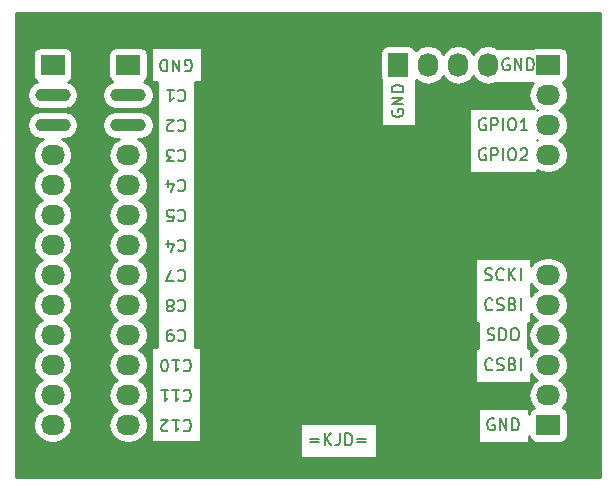
<source format=gbr>
G04 #@! TF.FileFunction,Copper,L1,Top,Signal*
%FSLAX46Y46*%
G04 Gerber Fmt 4.6, Leading zero omitted, Abs format (unit mm)*
G04 Created by KiCad (PCBNEW 4.0.4+e1-6308~48~ubuntu16.04.1-stable) date Thu Nov 17 16:07:10 2016*
%MOMM*%
%LPD*%
G01*
G04 APERTURE LIST*
%ADD10C,0.100000*%
%ADD11C,0.200000*%
%ADD12R,2.032000X1.727200*%
%ADD13O,3.000000X1.100000*%
%ADD14O,2.032000X1.727200*%
%ADD15R,1.727200X2.032000*%
%ADD16O,1.727200X2.032000*%
%ADD17C,0.254000*%
G04 APERTURE END LIST*
D10*
D11*
X144939048Y-135818571D02*
X145700953Y-135818571D01*
X145700953Y-136104286D02*
X144939048Y-136104286D01*
X146177143Y-136342381D02*
X146177143Y-135342381D01*
X146748572Y-136342381D02*
X146320000Y-135770952D01*
X146748572Y-135342381D02*
X146177143Y-135913810D01*
X147462858Y-135342381D02*
X147462858Y-136056667D01*
X147415238Y-136199524D01*
X147320000Y-136294762D01*
X147177143Y-136342381D01*
X147081905Y-136342381D01*
X147939048Y-136342381D02*
X147939048Y-135342381D01*
X148177143Y-135342381D01*
X148320001Y-135390000D01*
X148415239Y-135485238D01*
X148462858Y-135580476D01*
X148510477Y-135770952D01*
X148510477Y-135913810D01*
X148462858Y-136104286D01*
X148415239Y-136199524D01*
X148320001Y-136294762D01*
X148177143Y-136342381D01*
X147939048Y-136342381D01*
X148939048Y-135818571D02*
X149700953Y-135818571D01*
X149700953Y-136104286D02*
X148939048Y-136104286D01*
X161798096Y-103640000D02*
X161702858Y-103592381D01*
X161560001Y-103592381D01*
X161417143Y-103640000D01*
X161321905Y-103735238D01*
X161274286Y-103830476D01*
X161226667Y-104020952D01*
X161226667Y-104163810D01*
X161274286Y-104354286D01*
X161321905Y-104449524D01*
X161417143Y-104544762D01*
X161560001Y-104592381D01*
X161655239Y-104592381D01*
X161798096Y-104544762D01*
X161845715Y-104497143D01*
X161845715Y-104163810D01*
X161655239Y-104163810D01*
X162274286Y-104592381D02*
X162274286Y-103592381D01*
X162845715Y-104592381D01*
X162845715Y-103592381D01*
X163321905Y-104592381D02*
X163321905Y-103592381D01*
X163560000Y-103592381D01*
X163702858Y-103640000D01*
X163798096Y-103735238D01*
X163845715Y-103830476D01*
X163893334Y-104020952D01*
X163893334Y-104163810D01*
X163845715Y-104354286D01*
X163798096Y-104449524D01*
X163702858Y-104544762D01*
X163560000Y-104592381D01*
X163321905Y-104592381D01*
X159813810Y-108720000D02*
X159718572Y-108672381D01*
X159575715Y-108672381D01*
X159432857Y-108720000D01*
X159337619Y-108815238D01*
X159290000Y-108910476D01*
X159242381Y-109100952D01*
X159242381Y-109243810D01*
X159290000Y-109434286D01*
X159337619Y-109529524D01*
X159432857Y-109624762D01*
X159575715Y-109672381D01*
X159670953Y-109672381D01*
X159813810Y-109624762D01*
X159861429Y-109577143D01*
X159861429Y-109243810D01*
X159670953Y-109243810D01*
X160290000Y-109672381D02*
X160290000Y-108672381D01*
X160670953Y-108672381D01*
X160766191Y-108720000D01*
X160813810Y-108767619D01*
X160861429Y-108862857D01*
X160861429Y-109005714D01*
X160813810Y-109100952D01*
X160766191Y-109148571D01*
X160670953Y-109196190D01*
X160290000Y-109196190D01*
X161290000Y-109672381D02*
X161290000Y-108672381D01*
X161956666Y-108672381D02*
X162147143Y-108672381D01*
X162242381Y-108720000D01*
X162337619Y-108815238D01*
X162385238Y-109005714D01*
X162385238Y-109339048D01*
X162337619Y-109529524D01*
X162242381Y-109624762D01*
X162147143Y-109672381D01*
X161956666Y-109672381D01*
X161861428Y-109624762D01*
X161766190Y-109529524D01*
X161718571Y-109339048D01*
X161718571Y-109005714D01*
X161766190Y-108815238D01*
X161861428Y-108720000D01*
X161956666Y-108672381D01*
X163337619Y-109672381D02*
X162766190Y-109672381D01*
X163051904Y-109672381D02*
X163051904Y-108672381D01*
X162956666Y-108815238D01*
X162861428Y-108910476D01*
X162766190Y-108958095D01*
X159813810Y-111260000D02*
X159718572Y-111212381D01*
X159575715Y-111212381D01*
X159432857Y-111260000D01*
X159337619Y-111355238D01*
X159290000Y-111450476D01*
X159242381Y-111640952D01*
X159242381Y-111783810D01*
X159290000Y-111974286D01*
X159337619Y-112069524D01*
X159432857Y-112164762D01*
X159575715Y-112212381D01*
X159670953Y-112212381D01*
X159813810Y-112164762D01*
X159861429Y-112117143D01*
X159861429Y-111783810D01*
X159670953Y-111783810D01*
X160290000Y-112212381D02*
X160290000Y-111212381D01*
X160670953Y-111212381D01*
X160766191Y-111260000D01*
X160813810Y-111307619D01*
X160861429Y-111402857D01*
X160861429Y-111545714D01*
X160813810Y-111640952D01*
X160766191Y-111688571D01*
X160670953Y-111736190D01*
X160290000Y-111736190D01*
X161290000Y-112212381D02*
X161290000Y-111212381D01*
X161956666Y-111212381D02*
X162147143Y-111212381D01*
X162242381Y-111260000D01*
X162337619Y-111355238D01*
X162385238Y-111545714D01*
X162385238Y-111879048D01*
X162337619Y-112069524D01*
X162242381Y-112164762D01*
X162147143Y-112212381D01*
X161956666Y-112212381D01*
X161861428Y-112164762D01*
X161766190Y-112069524D01*
X161718571Y-111879048D01*
X161718571Y-111545714D01*
X161766190Y-111355238D01*
X161861428Y-111260000D01*
X161956666Y-111212381D01*
X162766190Y-111307619D02*
X162813809Y-111260000D01*
X162909047Y-111212381D01*
X163147143Y-111212381D01*
X163242381Y-111260000D01*
X163290000Y-111307619D01*
X163337619Y-111402857D01*
X163337619Y-111498095D01*
X163290000Y-111640952D01*
X162718571Y-112212381D01*
X163337619Y-112212381D01*
X159766191Y-122324762D02*
X159909048Y-122372381D01*
X160147144Y-122372381D01*
X160242382Y-122324762D01*
X160290001Y-122277143D01*
X160337620Y-122181905D01*
X160337620Y-122086667D01*
X160290001Y-121991429D01*
X160242382Y-121943810D01*
X160147144Y-121896190D01*
X159956667Y-121848571D01*
X159861429Y-121800952D01*
X159813810Y-121753333D01*
X159766191Y-121658095D01*
X159766191Y-121562857D01*
X159813810Y-121467619D01*
X159861429Y-121420000D01*
X159956667Y-121372381D01*
X160194763Y-121372381D01*
X160337620Y-121420000D01*
X161337620Y-122277143D02*
X161290001Y-122324762D01*
X161147144Y-122372381D01*
X161051906Y-122372381D01*
X160909048Y-122324762D01*
X160813810Y-122229524D01*
X160766191Y-122134286D01*
X160718572Y-121943810D01*
X160718572Y-121800952D01*
X160766191Y-121610476D01*
X160813810Y-121515238D01*
X160909048Y-121420000D01*
X161051906Y-121372381D01*
X161147144Y-121372381D01*
X161290001Y-121420000D01*
X161337620Y-121467619D01*
X161766191Y-122372381D02*
X161766191Y-121372381D01*
X162337620Y-122372381D02*
X161909048Y-121800952D01*
X162337620Y-121372381D02*
X161766191Y-121943810D01*
X162766191Y-122372381D02*
X162766191Y-121372381D01*
X160385239Y-124817143D02*
X160337620Y-124864762D01*
X160194763Y-124912381D01*
X160099525Y-124912381D01*
X159956667Y-124864762D01*
X159861429Y-124769524D01*
X159813810Y-124674286D01*
X159766191Y-124483810D01*
X159766191Y-124340952D01*
X159813810Y-124150476D01*
X159861429Y-124055238D01*
X159956667Y-123960000D01*
X160099525Y-123912381D01*
X160194763Y-123912381D01*
X160337620Y-123960000D01*
X160385239Y-124007619D01*
X160766191Y-124864762D02*
X160909048Y-124912381D01*
X161147144Y-124912381D01*
X161242382Y-124864762D01*
X161290001Y-124817143D01*
X161337620Y-124721905D01*
X161337620Y-124626667D01*
X161290001Y-124531429D01*
X161242382Y-124483810D01*
X161147144Y-124436190D01*
X160956667Y-124388571D01*
X160861429Y-124340952D01*
X160813810Y-124293333D01*
X160766191Y-124198095D01*
X160766191Y-124102857D01*
X160813810Y-124007619D01*
X160861429Y-123960000D01*
X160956667Y-123912381D01*
X161194763Y-123912381D01*
X161337620Y-123960000D01*
X162099525Y-124388571D02*
X162242382Y-124436190D01*
X162290001Y-124483810D01*
X162337620Y-124579048D01*
X162337620Y-124721905D01*
X162290001Y-124817143D01*
X162242382Y-124864762D01*
X162147144Y-124912381D01*
X161766191Y-124912381D01*
X161766191Y-123912381D01*
X162099525Y-123912381D01*
X162194763Y-123960000D01*
X162242382Y-124007619D01*
X162290001Y-124102857D01*
X162290001Y-124198095D01*
X162242382Y-124293333D01*
X162194763Y-124340952D01*
X162099525Y-124388571D01*
X161766191Y-124388571D01*
X162766191Y-124912381D02*
X162766191Y-123912381D01*
X159980476Y-127404762D02*
X160123333Y-127452381D01*
X160361429Y-127452381D01*
X160456667Y-127404762D01*
X160504286Y-127357143D01*
X160551905Y-127261905D01*
X160551905Y-127166667D01*
X160504286Y-127071429D01*
X160456667Y-127023810D01*
X160361429Y-126976190D01*
X160170952Y-126928571D01*
X160075714Y-126880952D01*
X160028095Y-126833333D01*
X159980476Y-126738095D01*
X159980476Y-126642857D01*
X160028095Y-126547619D01*
X160075714Y-126500000D01*
X160170952Y-126452381D01*
X160409048Y-126452381D01*
X160551905Y-126500000D01*
X160980476Y-127452381D02*
X160980476Y-126452381D01*
X161218571Y-126452381D01*
X161361429Y-126500000D01*
X161456667Y-126595238D01*
X161504286Y-126690476D01*
X161551905Y-126880952D01*
X161551905Y-127023810D01*
X161504286Y-127214286D01*
X161456667Y-127309524D01*
X161361429Y-127404762D01*
X161218571Y-127452381D01*
X160980476Y-127452381D01*
X162170952Y-126452381D02*
X162361429Y-126452381D01*
X162456667Y-126500000D01*
X162551905Y-126595238D01*
X162599524Y-126785714D01*
X162599524Y-127119048D01*
X162551905Y-127309524D01*
X162456667Y-127404762D01*
X162361429Y-127452381D01*
X162170952Y-127452381D01*
X162075714Y-127404762D01*
X161980476Y-127309524D01*
X161932857Y-127119048D01*
X161932857Y-126785714D01*
X161980476Y-126595238D01*
X162075714Y-126500000D01*
X162170952Y-126452381D01*
X160385239Y-129897143D02*
X160337620Y-129944762D01*
X160194763Y-129992381D01*
X160099525Y-129992381D01*
X159956667Y-129944762D01*
X159861429Y-129849524D01*
X159813810Y-129754286D01*
X159766191Y-129563810D01*
X159766191Y-129420952D01*
X159813810Y-129230476D01*
X159861429Y-129135238D01*
X159956667Y-129040000D01*
X160099525Y-128992381D01*
X160194763Y-128992381D01*
X160337620Y-129040000D01*
X160385239Y-129087619D01*
X160766191Y-129944762D02*
X160909048Y-129992381D01*
X161147144Y-129992381D01*
X161242382Y-129944762D01*
X161290001Y-129897143D01*
X161337620Y-129801905D01*
X161337620Y-129706667D01*
X161290001Y-129611429D01*
X161242382Y-129563810D01*
X161147144Y-129516190D01*
X160956667Y-129468571D01*
X160861429Y-129420952D01*
X160813810Y-129373333D01*
X160766191Y-129278095D01*
X160766191Y-129182857D01*
X160813810Y-129087619D01*
X160861429Y-129040000D01*
X160956667Y-128992381D01*
X161194763Y-128992381D01*
X161337620Y-129040000D01*
X162099525Y-129468571D02*
X162242382Y-129516190D01*
X162290001Y-129563810D01*
X162337620Y-129659048D01*
X162337620Y-129801905D01*
X162290001Y-129897143D01*
X162242382Y-129944762D01*
X162147144Y-129992381D01*
X161766191Y-129992381D01*
X161766191Y-128992381D01*
X162099525Y-128992381D01*
X162194763Y-129040000D01*
X162242382Y-129087619D01*
X162290001Y-129182857D01*
X162290001Y-129278095D01*
X162242382Y-129373333D01*
X162194763Y-129420952D01*
X162099525Y-129468571D01*
X161766191Y-129468571D01*
X162766191Y-129992381D02*
X162766191Y-128992381D01*
X134246857Y-134262857D02*
X134294476Y-134215238D01*
X134437333Y-134167619D01*
X134532571Y-134167619D01*
X134675429Y-134215238D01*
X134770667Y-134310476D01*
X134818286Y-134405714D01*
X134865905Y-134596190D01*
X134865905Y-134739048D01*
X134818286Y-134929524D01*
X134770667Y-135024762D01*
X134675429Y-135120000D01*
X134532571Y-135167619D01*
X134437333Y-135167619D01*
X134294476Y-135120000D01*
X134246857Y-135072381D01*
X133294476Y-134167619D02*
X133865905Y-134167619D01*
X133580191Y-134167619D02*
X133580191Y-135167619D01*
X133675429Y-135024762D01*
X133770667Y-134929524D01*
X133865905Y-134881905D01*
X132913524Y-135072381D02*
X132865905Y-135120000D01*
X132770667Y-135167619D01*
X132532571Y-135167619D01*
X132437333Y-135120000D01*
X132389714Y-135072381D01*
X132342095Y-134977143D01*
X132342095Y-134881905D01*
X132389714Y-134739048D01*
X132961143Y-134167619D01*
X132342095Y-134167619D01*
X134246857Y-131722857D02*
X134294476Y-131675238D01*
X134437333Y-131627619D01*
X134532571Y-131627619D01*
X134675429Y-131675238D01*
X134770667Y-131770476D01*
X134818286Y-131865714D01*
X134865905Y-132056190D01*
X134865905Y-132199048D01*
X134818286Y-132389524D01*
X134770667Y-132484762D01*
X134675429Y-132580000D01*
X134532571Y-132627619D01*
X134437333Y-132627619D01*
X134294476Y-132580000D01*
X134246857Y-132532381D01*
X133294476Y-131627619D02*
X133865905Y-131627619D01*
X133580191Y-131627619D02*
X133580191Y-132627619D01*
X133675429Y-132484762D01*
X133770667Y-132389524D01*
X133865905Y-132341905D01*
X132342095Y-131627619D02*
X132913524Y-131627619D01*
X132627810Y-131627619D02*
X132627810Y-132627619D01*
X132723048Y-132484762D01*
X132818286Y-132389524D01*
X132913524Y-132341905D01*
X134246857Y-129182857D02*
X134294476Y-129135238D01*
X134437333Y-129087619D01*
X134532571Y-129087619D01*
X134675429Y-129135238D01*
X134770667Y-129230476D01*
X134818286Y-129325714D01*
X134865905Y-129516190D01*
X134865905Y-129659048D01*
X134818286Y-129849524D01*
X134770667Y-129944762D01*
X134675429Y-130040000D01*
X134532571Y-130087619D01*
X134437333Y-130087619D01*
X134294476Y-130040000D01*
X134246857Y-129992381D01*
X133294476Y-129087619D02*
X133865905Y-129087619D01*
X133580191Y-129087619D02*
X133580191Y-130087619D01*
X133675429Y-129944762D01*
X133770667Y-129849524D01*
X133865905Y-129801905D01*
X132675429Y-130087619D02*
X132580190Y-130087619D01*
X132484952Y-130040000D01*
X132437333Y-129992381D01*
X132389714Y-129897143D01*
X132342095Y-129706667D01*
X132342095Y-129468571D01*
X132389714Y-129278095D01*
X132437333Y-129182857D01*
X132484952Y-129135238D01*
X132580190Y-129087619D01*
X132675429Y-129087619D01*
X132770667Y-129135238D01*
X132818286Y-129182857D01*
X132865905Y-129278095D01*
X132913524Y-129468571D01*
X132913524Y-129706667D01*
X132865905Y-129897143D01*
X132818286Y-129992381D01*
X132770667Y-130040000D01*
X132675429Y-130087619D01*
X133770666Y-126642857D02*
X133818285Y-126595238D01*
X133961142Y-126547619D01*
X134056380Y-126547619D01*
X134199238Y-126595238D01*
X134294476Y-126690476D01*
X134342095Y-126785714D01*
X134389714Y-126976190D01*
X134389714Y-127119048D01*
X134342095Y-127309524D01*
X134294476Y-127404762D01*
X134199238Y-127500000D01*
X134056380Y-127547619D01*
X133961142Y-127547619D01*
X133818285Y-127500000D01*
X133770666Y-127452381D01*
X133294476Y-126547619D02*
X133104000Y-126547619D01*
X133008761Y-126595238D01*
X132961142Y-126642857D01*
X132865904Y-126785714D01*
X132818285Y-126976190D01*
X132818285Y-127357143D01*
X132865904Y-127452381D01*
X132913523Y-127500000D01*
X133008761Y-127547619D01*
X133199238Y-127547619D01*
X133294476Y-127500000D01*
X133342095Y-127452381D01*
X133389714Y-127357143D01*
X133389714Y-127119048D01*
X133342095Y-127023810D01*
X133294476Y-126976190D01*
X133199238Y-126928571D01*
X133008761Y-126928571D01*
X132913523Y-126976190D01*
X132865904Y-127023810D01*
X132818285Y-127119048D01*
X133770666Y-124102857D02*
X133818285Y-124055238D01*
X133961142Y-124007619D01*
X134056380Y-124007619D01*
X134199238Y-124055238D01*
X134294476Y-124150476D01*
X134342095Y-124245714D01*
X134389714Y-124436190D01*
X134389714Y-124579048D01*
X134342095Y-124769524D01*
X134294476Y-124864762D01*
X134199238Y-124960000D01*
X134056380Y-125007619D01*
X133961142Y-125007619D01*
X133818285Y-124960000D01*
X133770666Y-124912381D01*
X133199238Y-124579048D02*
X133294476Y-124626667D01*
X133342095Y-124674286D01*
X133389714Y-124769524D01*
X133389714Y-124817143D01*
X133342095Y-124912381D01*
X133294476Y-124960000D01*
X133199238Y-125007619D01*
X133008761Y-125007619D01*
X132913523Y-124960000D01*
X132865904Y-124912381D01*
X132818285Y-124817143D01*
X132818285Y-124769524D01*
X132865904Y-124674286D01*
X132913523Y-124626667D01*
X133008761Y-124579048D01*
X133199238Y-124579048D01*
X133294476Y-124531429D01*
X133342095Y-124483810D01*
X133389714Y-124388571D01*
X133389714Y-124198095D01*
X133342095Y-124102857D01*
X133294476Y-124055238D01*
X133199238Y-124007619D01*
X133008761Y-124007619D01*
X132913523Y-124055238D01*
X132865904Y-124102857D01*
X132818285Y-124198095D01*
X132818285Y-124388571D01*
X132865904Y-124483810D01*
X132913523Y-124531429D01*
X133008761Y-124579048D01*
X133770666Y-121562857D02*
X133818285Y-121515238D01*
X133961142Y-121467619D01*
X134056380Y-121467619D01*
X134199238Y-121515238D01*
X134294476Y-121610476D01*
X134342095Y-121705714D01*
X134389714Y-121896190D01*
X134389714Y-122039048D01*
X134342095Y-122229524D01*
X134294476Y-122324762D01*
X134199238Y-122420000D01*
X134056380Y-122467619D01*
X133961142Y-122467619D01*
X133818285Y-122420000D01*
X133770666Y-122372381D01*
X133437333Y-122467619D02*
X132770666Y-122467619D01*
X133199238Y-121467619D01*
X133770666Y-119022857D02*
X133818285Y-118975238D01*
X133961142Y-118927619D01*
X134056380Y-118927619D01*
X134199238Y-118975238D01*
X134294476Y-119070476D01*
X134342095Y-119165714D01*
X134389714Y-119356190D01*
X134389714Y-119499048D01*
X134342095Y-119689524D01*
X134294476Y-119784762D01*
X134199238Y-119880000D01*
X134056380Y-119927619D01*
X133961142Y-119927619D01*
X133818285Y-119880000D01*
X133770666Y-119832381D01*
X132913523Y-119594286D02*
X132913523Y-118927619D01*
X133151619Y-119975238D02*
X133389714Y-119260952D01*
X132770666Y-119260952D01*
X133770666Y-116482857D02*
X133818285Y-116435238D01*
X133961142Y-116387619D01*
X134056380Y-116387619D01*
X134199238Y-116435238D01*
X134294476Y-116530476D01*
X134342095Y-116625714D01*
X134389714Y-116816190D01*
X134389714Y-116959048D01*
X134342095Y-117149524D01*
X134294476Y-117244762D01*
X134199238Y-117340000D01*
X134056380Y-117387619D01*
X133961142Y-117387619D01*
X133818285Y-117340000D01*
X133770666Y-117292381D01*
X132865904Y-117387619D02*
X133342095Y-117387619D01*
X133389714Y-116911429D01*
X133342095Y-116959048D01*
X133246857Y-117006667D01*
X133008761Y-117006667D01*
X132913523Y-116959048D01*
X132865904Y-116911429D01*
X132818285Y-116816190D01*
X132818285Y-116578095D01*
X132865904Y-116482857D01*
X132913523Y-116435238D01*
X133008761Y-116387619D01*
X133246857Y-116387619D01*
X133342095Y-116435238D01*
X133389714Y-116482857D01*
X133770666Y-113942857D02*
X133818285Y-113895238D01*
X133961142Y-113847619D01*
X134056380Y-113847619D01*
X134199238Y-113895238D01*
X134294476Y-113990476D01*
X134342095Y-114085714D01*
X134389714Y-114276190D01*
X134389714Y-114419048D01*
X134342095Y-114609524D01*
X134294476Y-114704762D01*
X134199238Y-114800000D01*
X134056380Y-114847619D01*
X133961142Y-114847619D01*
X133818285Y-114800000D01*
X133770666Y-114752381D01*
X132913523Y-114514286D02*
X132913523Y-113847619D01*
X133151619Y-114895238D02*
X133389714Y-114180952D01*
X132770666Y-114180952D01*
X133770666Y-111402857D02*
X133818285Y-111355238D01*
X133961142Y-111307619D01*
X134056380Y-111307619D01*
X134199238Y-111355238D01*
X134294476Y-111450476D01*
X134342095Y-111545714D01*
X134389714Y-111736190D01*
X134389714Y-111879048D01*
X134342095Y-112069524D01*
X134294476Y-112164762D01*
X134199238Y-112260000D01*
X134056380Y-112307619D01*
X133961142Y-112307619D01*
X133818285Y-112260000D01*
X133770666Y-112212381D01*
X133437333Y-112307619D02*
X132818285Y-112307619D01*
X133151619Y-111926667D01*
X133008761Y-111926667D01*
X132913523Y-111879048D01*
X132865904Y-111831429D01*
X132818285Y-111736190D01*
X132818285Y-111498095D01*
X132865904Y-111402857D01*
X132913523Y-111355238D01*
X133008761Y-111307619D01*
X133294476Y-111307619D01*
X133389714Y-111355238D01*
X133437333Y-111402857D01*
X133770666Y-108862857D02*
X133818285Y-108815238D01*
X133961142Y-108767619D01*
X134056380Y-108767619D01*
X134199238Y-108815238D01*
X134294476Y-108910476D01*
X134342095Y-109005714D01*
X134389714Y-109196190D01*
X134389714Y-109339048D01*
X134342095Y-109529524D01*
X134294476Y-109624762D01*
X134199238Y-109720000D01*
X134056380Y-109767619D01*
X133961142Y-109767619D01*
X133818285Y-109720000D01*
X133770666Y-109672381D01*
X133389714Y-109672381D02*
X133342095Y-109720000D01*
X133246857Y-109767619D01*
X133008761Y-109767619D01*
X132913523Y-109720000D01*
X132865904Y-109672381D01*
X132818285Y-109577143D01*
X132818285Y-109481905D01*
X132865904Y-109339048D01*
X133437333Y-108767619D01*
X132818285Y-108767619D01*
X133770666Y-106322857D02*
X133818285Y-106275238D01*
X133961142Y-106227619D01*
X134056380Y-106227619D01*
X134199238Y-106275238D01*
X134294476Y-106370476D01*
X134342095Y-106465714D01*
X134389714Y-106656190D01*
X134389714Y-106799048D01*
X134342095Y-106989524D01*
X134294476Y-107084762D01*
X134199238Y-107180000D01*
X134056380Y-107227619D01*
X133961142Y-107227619D01*
X133818285Y-107180000D01*
X133770666Y-107132381D01*
X132818285Y-106227619D02*
X133389714Y-106227619D01*
X133104000Y-106227619D02*
X133104000Y-107227619D01*
X133199238Y-107084762D01*
X133294476Y-106989524D01*
X133389714Y-106941905D01*
X134365904Y-104640000D02*
X134461142Y-104687619D01*
X134603999Y-104687619D01*
X134746857Y-104640000D01*
X134842095Y-104544762D01*
X134889714Y-104449524D01*
X134937333Y-104259048D01*
X134937333Y-104116190D01*
X134889714Y-103925714D01*
X134842095Y-103830476D01*
X134746857Y-103735238D01*
X134603999Y-103687619D01*
X134508761Y-103687619D01*
X134365904Y-103735238D01*
X134318285Y-103782857D01*
X134318285Y-104116190D01*
X134508761Y-104116190D01*
X133889714Y-103687619D02*
X133889714Y-104687619D01*
X133318285Y-103687619D01*
X133318285Y-104687619D01*
X132842095Y-103687619D02*
X132842095Y-104687619D01*
X132604000Y-104687619D01*
X132461142Y-104640000D01*
X132365904Y-104544762D01*
X132318285Y-104449524D01*
X132270666Y-104259048D01*
X132270666Y-104116190D01*
X132318285Y-103925714D01*
X132365904Y-103830476D01*
X132461142Y-103735238D01*
X132604000Y-103687619D01*
X132842095Y-103687619D01*
X151900000Y-107949904D02*
X151852381Y-108045142D01*
X151852381Y-108187999D01*
X151900000Y-108330857D01*
X151995238Y-108426095D01*
X152090476Y-108473714D01*
X152280952Y-108521333D01*
X152423810Y-108521333D01*
X152614286Y-108473714D01*
X152709524Y-108426095D01*
X152804762Y-108330857D01*
X152852381Y-108187999D01*
X152852381Y-108092761D01*
X152804762Y-107949904D01*
X152757143Y-107902285D01*
X152423810Y-107902285D01*
X152423810Y-108092761D01*
X152852381Y-107473714D02*
X151852381Y-107473714D01*
X152852381Y-106902285D01*
X151852381Y-106902285D01*
X152852381Y-106426095D02*
X151852381Y-106426095D01*
X151852381Y-106188000D01*
X151900000Y-106045142D01*
X151995238Y-105949904D01*
X152090476Y-105902285D01*
X152280952Y-105854666D01*
X152423810Y-105854666D01*
X152614286Y-105902285D01*
X152709524Y-105949904D01*
X152804762Y-106045142D01*
X152852381Y-106188000D01*
X152852381Y-106426095D01*
X160528096Y-134120000D02*
X160432858Y-134072381D01*
X160290001Y-134072381D01*
X160147143Y-134120000D01*
X160051905Y-134215238D01*
X160004286Y-134310476D01*
X159956667Y-134500952D01*
X159956667Y-134643810D01*
X160004286Y-134834286D01*
X160051905Y-134929524D01*
X160147143Y-135024762D01*
X160290001Y-135072381D01*
X160385239Y-135072381D01*
X160528096Y-135024762D01*
X160575715Y-134977143D01*
X160575715Y-134643810D01*
X160385239Y-134643810D01*
X161004286Y-135072381D02*
X161004286Y-134072381D01*
X161575715Y-135072381D01*
X161575715Y-134072381D01*
X162051905Y-135072381D02*
X162051905Y-134072381D01*
X162290000Y-134072381D01*
X162432858Y-134120000D01*
X162528096Y-134215238D01*
X162575715Y-134310476D01*
X162623334Y-134500952D01*
X162623334Y-134643810D01*
X162575715Y-134834286D01*
X162528096Y-134929524D01*
X162432858Y-135024762D01*
X162290000Y-135072381D01*
X162051905Y-135072381D01*
D12*
X123143333Y-104140000D03*
D13*
X123143333Y-106680000D03*
X123143333Y-109220000D03*
D14*
X123143333Y-111760000D03*
X123143333Y-114300000D03*
X123143333Y-116840000D03*
X123143333Y-119380000D03*
X123143333Y-121920000D03*
X123143333Y-124460000D03*
X123143333Y-127000000D03*
X123143333Y-129540000D03*
X123143333Y-132080000D03*
X123143333Y-134620000D03*
D15*
X152400000Y-104140000D03*
D16*
X154940000Y-104140000D03*
X157480000Y-104140000D03*
X160020000Y-104140000D03*
D12*
X165100000Y-104140000D03*
D14*
X165100000Y-106680000D03*
X165100000Y-109220000D03*
X165100000Y-111760000D03*
D12*
X165100000Y-134620000D03*
D14*
X165100000Y-132080000D03*
X165100000Y-129540000D03*
X165100000Y-127000000D03*
X165100000Y-124460000D03*
X165100000Y-121920000D03*
D12*
X129540000Y-104140000D03*
D13*
X129540000Y-106680000D03*
X129540000Y-109220000D03*
D14*
X129540000Y-111760000D03*
X129540000Y-114300000D03*
X129540000Y-116840000D03*
X129540000Y-119380000D03*
X129540000Y-121920000D03*
X129540000Y-124460000D03*
X129540000Y-127000000D03*
X129540000Y-129540000D03*
X129540000Y-132080000D03*
X129540000Y-134620000D03*
D17*
G36*
X169495000Y-139015000D02*
X120065000Y-139015000D01*
X120065000Y-109220000D01*
X120966506Y-109220000D01*
X121056709Y-109673480D01*
X121313584Y-110057922D01*
X121698026Y-110314797D01*
X122151506Y-110405000D01*
X122340910Y-110405000D01*
X121898918Y-110700330D01*
X121574062Y-111186511D01*
X121459988Y-111760000D01*
X121574062Y-112333489D01*
X121898918Y-112819670D01*
X122213699Y-113030000D01*
X121898918Y-113240330D01*
X121574062Y-113726511D01*
X121459988Y-114300000D01*
X121574062Y-114873489D01*
X121898918Y-115359670D01*
X122213699Y-115570000D01*
X121898918Y-115780330D01*
X121574062Y-116266511D01*
X121459988Y-116840000D01*
X121574062Y-117413489D01*
X121898918Y-117899670D01*
X122213699Y-118110000D01*
X121898918Y-118320330D01*
X121574062Y-118806511D01*
X121459988Y-119380000D01*
X121574062Y-119953489D01*
X121898918Y-120439670D01*
X122213699Y-120650000D01*
X121898918Y-120860330D01*
X121574062Y-121346511D01*
X121459988Y-121920000D01*
X121574062Y-122493489D01*
X121898918Y-122979670D01*
X122213699Y-123190000D01*
X121898918Y-123400330D01*
X121574062Y-123886511D01*
X121459988Y-124460000D01*
X121574062Y-125033489D01*
X121898918Y-125519670D01*
X122213699Y-125730000D01*
X121898918Y-125940330D01*
X121574062Y-126426511D01*
X121459988Y-127000000D01*
X121574062Y-127573489D01*
X121898918Y-128059670D01*
X122213699Y-128270000D01*
X121898918Y-128480330D01*
X121574062Y-128966511D01*
X121459988Y-129540000D01*
X121574062Y-130113489D01*
X121898918Y-130599670D01*
X122213699Y-130810000D01*
X121898918Y-131020330D01*
X121574062Y-131506511D01*
X121459988Y-132080000D01*
X121574062Y-132653489D01*
X121898918Y-133139670D01*
X122213699Y-133350000D01*
X121898918Y-133560330D01*
X121574062Y-134046511D01*
X121459988Y-134620000D01*
X121574062Y-135193489D01*
X121898918Y-135679670D01*
X122385099Y-136004526D01*
X122958588Y-136118600D01*
X123328078Y-136118600D01*
X123901567Y-136004526D01*
X124387748Y-135679670D01*
X124712604Y-135193489D01*
X124826678Y-134620000D01*
X124712604Y-134046511D01*
X124387748Y-133560330D01*
X124072967Y-133350000D01*
X124387748Y-133139670D01*
X124712604Y-132653489D01*
X124826678Y-132080000D01*
X124712604Y-131506511D01*
X124387748Y-131020330D01*
X124072967Y-130810000D01*
X124387748Y-130599670D01*
X124712604Y-130113489D01*
X124826678Y-129540000D01*
X124712604Y-128966511D01*
X124387748Y-128480330D01*
X124072967Y-128270000D01*
X124387748Y-128059670D01*
X124712604Y-127573489D01*
X124826678Y-127000000D01*
X124712604Y-126426511D01*
X124387748Y-125940330D01*
X124072967Y-125730000D01*
X124387748Y-125519670D01*
X124712604Y-125033489D01*
X124826678Y-124460000D01*
X124712604Y-123886511D01*
X124387748Y-123400330D01*
X124072967Y-123190000D01*
X124387748Y-122979670D01*
X124712604Y-122493489D01*
X124826678Y-121920000D01*
X124712604Y-121346511D01*
X124387748Y-120860330D01*
X124072967Y-120650000D01*
X124387748Y-120439670D01*
X124712604Y-119953489D01*
X124826678Y-119380000D01*
X124712604Y-118806511D01*
X124387748Y-118320330D01*
X124072967Y-118110000D01*
X124387748Y-117899670D01*
X124712604Y-117413489D01*
X124826678Y-116840000D01*
X124712604Y-116266511D01*
X124387748Y-115780330D01*
X124072967Y-115570000D01*
X124387748Y-115359670D01*
X124712604Y-114873489D01*
X124826678Y-114300000D01*
X124712604Y-113726511D01*
X124387748Y-113240330D01*
X124072967Y-113030000D01*
X124387748Y-112819670D01*
X124712604Y-112333489D01*
X124826678Y-111760000D01*
X124712604Y-111186511D01*
X124387748Y-110700330D01*
X123945756Y-110405000D01*
X124135160Y-110405000D01*
X124588640Y-110314797D01*
X124973082Y-110057922D01*
X125229957Y-109673480D01*
X125320160Y-109220000D01*
X127363173Y-109220000D01*
X127453376Y-109673480D01*
X127710251Y-110057922D01*
X128094693Y-110314797D01*
X128548173Y-110405000D01*
X128737577Y-110405000D01*
X128295585Y-110700330D01*
X127970729Y-111186511D01*
X127856655Y-111760000D01*
X127970729Y-112333489D01*
X128295585Y-112819670D01*
X128610366Y-113030000D01*
X128295585Y-113240330D01*
X127970729Y-113726511D01*
X127856655Y-114300000D01*
X127970729Y-114873489D01*
X128295585Y-115359670D01*
X128610366Y-115570000D01*
X128295585Y-115780330D01*
X127970729Y-116266511D01*
X127856655Y-116840000D01*
X127970729Y-117413489D01*
X128295585Y-117899670D01*
X128610366Y-118110000D01*
X128295585Y-118320330D01*
X127970729Y-118806511D01*
X127856655Y-119380000D01*
X127970729Y-119953489D01*
X128295585Y-120439670D01*
X128610366Y-120650000D01*
X128295585Y-120860330D01*
X127970729Y-121346511D01*
X127856655Y-121920000D01*
X127970729Y-122493489D01*
X128295585Y-122979670D01*
X128610366Y-123190000D01*
X128295585Y-123400330D01*
X127970729Y-123886511D01*
X127856655Y-124460000D01*
X127970729Y-125033489D01*
X128295585Y-125519670D01*
X128610366Y-125730000D01*
X128295585Y-125940330D01*
X127970729Y-126426511D01*
X127856655Y-127000000D01*
X127970729Y-127573489D01*
X128295585Y-128059670D01*
X128610366Y-128270000D01*
X128295585Y-128480330D01*
X127970729Y-128966511D01*
X127856655Y-129540000D01*
X127970729Y-130113489D01*
X128295585Y-130599670D01*
X128610366Y-130810000D01*
X128295585Y-131020330D01*
X127970729Y-131506511D01*
X127856655Y-132080000D01*
X127970729Y-132653489D01*
X128295585Y-133139670D01*
X128610366Y-133350000D01*
X128295585Y-133560330D01*
X127970729Y-134046511D01*
X127856655Y-134620000D01*
X127970729Y-135193489D01*
X128295585Y-135679670D01*
X128781766Y-136004526D01*
X129355255Y-136118600D01*
X129724745Y-136118600D01*
X130298234Y-136004526D01*
X130784415Y-135679670D01*
X131109271Y-135193489D01*
X131223345Y-134620000D01*
X131109271Y-134046511D01*
X130784415Y-133560330D01*
X130469634Y-133350000D01*
X130784415Y-133139670D01*
X131109271Y-132653489D01*
X131223345Y-132080000D01*
X131109271Y-131506511D01*
X130784415Y-131020330D01*
X130469634Y-130810000D01*
X130784415Y-130599670D01*
X131109271Y-130113489D01*
X131223345Y-129540000D01*
X131109271Y-128966511D01*
X130784415Y-128480330D01*
X130469634Y-128270000D01*
X130784415Y-128059670D01*
X131109271Y-127573489D01*
X131223345Y-127000000D01*
X131109271Y-126426511D01*
X130784415Y-125940330D01*
X130469634Y-125730000D01*
X130784415Y-125519670D01*
X131109271Y-125033489D01*
X131223345Y-124460000D01*
X131109271Y-123886511D01*
X130784415Y-123400330D01*
X130469634Y-123190000D01*
X130784415Y-122979670D01*
X131109271Y-122493489D01*
X131223345Y-121920000D01*
X131109271Y-121346511D01*
X130784415Y-120860330D01*
X130469634Y-120650000D01*
X130784415Y-120439670D01*
X131109271Y-119953489D01*
X131223345Y-119380000D01*
X131109271Y-118806511D01*
X130784415Y-118320330D01*
X130469634Y-118110000D01*
X130784415Y-117899670D01*
X131109271Y-117413489D01*
X131223345Y-116840000D01*
X131109271Y-116266511D01*
X130784415Y-115780330D01*
X130469634Y-115570000D01*
X130784415Y-115359670D01*
X131109271Y-114873489D01*
X131223345Y-114300000D01*
X131109271Y-113726511D01*
X130784415Y-113240330D01*
X130469634Y-113030000D01*
X130784415Y-112819670D01*
X131109271Y-112333489D01*
X131223345Y-111760000D01*
X131109271Y-111186511D01*
X130784415Y-110700330D01*
X130342423Y-110405000D01*
X130531827Y-110405000D01*
X130985307Y-110314797D01*
X131369749Y-110057922D01*
X131626624Y-109673480D01*
X131716827Y-109220000D01*
X131626624Y-108766520D01*
X131369749Y-108382078D01*
X130985307Y-108125203D01*
X130531827Y-108035000D01*
X128548173Y-108035000D01*
X128094693Y-108125203D01*
X127710251Y-108382078D01*
X127453376Y-108766520D01*
X127363173Y-109220000D01*
X125320160Y-109220000D01*
X125229957Y-108766520D01*
X124973082Y-108382078D01*
X124588640Y-108125203D01*
X124135160Y-108035000D01*
X122151506Y-108035000D01*
X121698026Y-108125203D01*
X121313584Y-108382078D01*
X121056709Y-108766520D01*
X120966506Y-109220000D01*
X120065000Y-109220000D01*
X120065000Y-106680000D01*
X120966506Y-106680000D01*
X121056709Y-107133480D01*
X121313584Y-107517922D01*
X121698026Y-107774797D01*
X122151506Y-107865000D01*
X124135160Y-107865000D01*
X124588640Y-107774797D01*
X124973082Y-107517922D01*
X125229957Y-107133480D01*
X125320160Y-106680000D01*
X127363173Y-106680000D01*
X127453376Y-107133480D01*
X127710251Y-107517922D01*
X128094693Y-107774797D01*
X128548173Y-107865000D01*
X130531827Y-107865000D01*
X130985307Y-107774797D01*
X131369749Y-107517922D01*
X131626624Y-107133480D01*
X131716827Y-106680000D01*
X131626624Y-106226520D01*
X131369749Y-105842078D01*
X130985307Y-105585203D01*
X130862716Y-105560818D01*
X131007441Y-105467690D01*
X131152431Y-105255490D01*
X131203440Y-105003600D01*
X131203440Y-103276400D01*
X131159162Y-103041083D01*
X131020090Y-102824959D01*
X130807890Y-102679969D01*
X130556000Y-102628960D01*
X128524000Y-102628960D01*
X128288683Y-102673238D01*
X128072559Y-102812310D01*
X127927569Y-103024510D01*
X127876560Y-103276400D01*
X127876560Y-105003600D01*
X127920838Y-105238917D01*
X128059910Y-105455041D01*
X128215298Y-105561213D01*
X128094693Y-105585203D01*
X127710251Y-105842078D01*
X127453376Y-106226520D01*
X127363173Y-106680000D01*
X125320160Y-106680000D01*
X125229957Y-106226520D01*
X124973082Y-105842078D01*
X124588640Y-105585203D01*
X124466049Y-105560818D01*
X124610774Y-105467690D01*
X124755764Y-105255490D01*
X124806773Y-105003600D01*
X124806773Y-103276400D01*
X124762495Y-103041083D01*
X124623423Y-102824959D01*
X124411223Y-102679969D01*
X124159333Y-102628960D01*
X122127333Y-102628960D01*
X121892016Y-102673238D01*
X121675892Y-102812310D01*
X121530902Y-103024510D01*
X121479893Y-103276400D01*
X121479893Y-105003600D01*
X121524171Y-105238917D01*
X121663243Y-105455041D01*
X121818631Y-105561213D01*
X121698026Y-105585203D01*
X121313584Y-105842078D01*
X121056709Y-106226520D01*
X120966506Y-106680000D01*
X120065000Y-106680000D01*
X120065000Y-102605000D01*
X131445190Y-102605000D01*
X131445190Y-105575000D01*
X131992809Y-105575000D01*
X131992809Y-128005000D01*
X131516619Y-128005000D01*
X131516619Y-136055000D01*
X135691381Y-136055000D01*
X135691381Y-134455000D01*
X144065953Y-134455000D01*
X144065953Y-137425000D01*
X150574048Y-137425000D01*
X150574048Y-134455000D01*
X144065953Y-134455000D01*
X135691381Y-134455000D01*
X135691381Y-128005000D01*
X135215190Y-128005000D01*
X135215190Y-120485000D01*
X158940715Y-120485000D01*
X158940715Y-125995000D01*
X159155000Y-125995000D01*
X159155000Y-128105000D01*
X158940715Y-128105000D01*
X158940715Y-131075000D01*
X163639286Y-131075000D01*
X163639286Y-130275956D01*
X163855585Y-130599670D01*
X164165069Y-130806461D01*
X164133651Y-130834532D01*
X163855585Y-131020330D01*
X163751723Y-131175771D01*
X163749268Y-131177964D01*
X163746713Y-131183269D01*
X163530729Y-131506511D01*
X163416655Y-132080000D01*
X163530729Y-132653489D01*
X163746713Y-132976731D01*
X163749268Y-132982036D01*
X163751723Y-132984229D01*
X163855585Y-133139670D01*
X163869913Y-133149243D01*
X163848683Y-133153238D01*
X163632559Y-133292310D01*
X163487569Y-133504510D01*
X163448810Y-133695908D01*
X163448810Y-133185000D01*
X159131191Y-133185000D01*
X159131191Y-136155000D01*
X163448810Y-136155000D01*
X163448810Y-135548703D01*
X163480838Y-135718917D01*
X163619910Y-135935041D01*
X163832110Y-136080031D01*
X164084000Y-136131040D01*
X166116000Y-136131040D01*
X166351317Y-136086762D01*
X166567441Y-135947690D01*
X166712431Y-135735490D01*
X166763440Y-135483600D01*
X166763440Y-133756400D01*
X166719162Y-133521083D01*
X166580090Y-133304959D01*
X166367890Y-133159969D01*
X166326561Y-133151600D01*
X166344415Y-133139670D01*
X166448277Y-132984229D01*
X166450732Y-132982036D01*
X166453287Y-132976731D01*
X166669271Y-132653489D01*
X166783345Y-132080000D01*
X166669271Y-131506511D01*
X166453287Y-131183269D01*
X166450732Y-131177964D01*
X166448277Y-131175771D01*
X166344415Y-131020330D01*
X166066349Y-130834532D01*
X166034931Y-130806461D01*
X166344415Y-130599670D01*
X166669271Y-130113489D01*
X166783345Y-129540000D01*
X166669271Y-128966511D01*
X166344415Y-128480330D01*
X166029634Y-128270000D01*
X166344415Y-128059670D01*
X166669271Y-127573489D01*
X166783345Y-127000000D01*
X166669271Y-126426511D01*
X166344415Y-125940330D01*
X166029634Y-125730000D01*
X166344415Y-125519670D01*
X166669271Y-125033489D01*
X166783345Y-124460000D01*
X166669271Y-123886511D01*
X166344415Y-123400330D01*
X166029634Y-123190000D01*
X166344415Y-122979670D01*
X166669271Y-122493489D01*
X166783345Y-121920000D01*
X166669271Y-121346511D01*
X166344415Y-120860330D01*
X165858234Y-120535474D01*
X165284745Y-120421400D01*
X164915255Y-120421400D01*
X164341766Y-120535474D01*
X163855585Y-120860330D01*
X163639286Y-121184044D01*
X163639286Y-120485000D01*
X158940715Y-120485000D01*
X135215190Y-120485000D01*
X135215190Y-105575000D01*
X135762809Y-105575000D01*
X135762809Y-103124000D01*
X150888960Y-103124000D01*
X150888960Y-105156000D01*
X150933238Y-105391317D01*
X150965000Y-105440677D01*
X150965000Y-109346809D01*
X153935000Y-109346809D01*
X153935000Y-105420944D01*
X154366511Y-105709271D01*
X154940000Y-105823345D01*
X155513489Y-105709271D01*
X155999670Y-105384415D01*
X156210000Y-105069634D01*
X156420330Y-105384415D01*
X156906511Y-105709271D01*
X157480000Y-105823345D01*
X158053489Y-105709271D01*
X158539670Y-105384415D01*
X158750000Y-105069634D01*
X158960330Y-105384415D01*
X159446511Y-105709271D01*
X160020000Y-105823345D01*
X160593489Y-105709271D01*
X160644779Y-105675000D01*
X163819056Y-105675000D01*
X163751723Y-105775771D01*
X163749268Y-105777964D01*
X163746713Y-105783269D01*
X163530729Y-106106511D01*
X163416655Y-106680000D01*
X163530729Y-107253489D01*
X163746713Y-107576731D01*
X163749268Y-107582036D01*
X163751723Y-107584229D01*
X163855585Y-107739670D01*
X163923426Y-107785000D01*
X158416905Y-107785000D01*
X158416905Y-113295000D01*
X164163095Y-113295000D01*
X164163095Y-113025142D01*
X164341766Y-113144526D01*
X164915255Y-113258600D01*
X165284745Y-113258600D01*
X165858234Y-113144526D01*
X166344415Y-112819670D01*
X166669271Y-112333489D01*
X166783345Y-111760000D01*
X166669271Y-111186511D01*
X166344415Y-110700330D01*
X166029634Y-110490000D01*
X166344415Y-110279670D01*
X166669271Y-109793489D01*
X166783345Y-109220000D01*
X166669271Y-108646511D01*
X166344415Y-108160330D01*
X166034931Y-107953539D01*
X166066349Y-107925468D01*
X166344415Y-107739670D01*
X166448277Y-107584229D01*
X166450732Y-107582036D01*
X166453287Y-107576731D01*
X166669271Y-107253489D01*
X166783345Y-106680000D01*
X166669271Y-106106511D01*
X166453287Y-105783269D01*
X166450732Y-105777964D01*
X166448277Y-105775771D01*
X166344415Y-105620330D01*
X166330087Y-105610757D01*
X166351317Y-105606762D01*
X166567441Y-105467690D01*
X166712431Y-105255490D01*
X166763440Y-105003600D01*
X166763440Y-103276400D01*
X166719162Y-103041083D01*
X166580090Y-102824959D01*
X166367890Y-102679969D01*
X166116000Y-102628960D01*
X164084000Y-102628960D01*
X163848683Y-102673238D01*
X163799323Y-102705000D01*
X160794440Y-102705000D01*
X160593489Y-102570729D01*
X160020000Y-102456655D01*
X159446511Y-102570729D01*
X158960330Y-102895585D01*
X158750000Y-103210366D01*
X158539670Y-102895585D01*
X158053489Y-102570729D01*
X157480000Y-102456655D01*
X156906511Y-102570729D01*
X156420330Y-102895585D01*
X156210000Y-103210366D01*
X155999670Y-102895585D01*
X155513489Y-102570729D01*
X154940000Y-102456655D01*
X154366511Y-102570729D01*
X153880330Y-102895585D01*
X153870757Y-102909913D01*
X153866762Y-102888683D01*
X153727690Y-102672559D01*
X153515490Y-102527569D01*
X153263600Y-102476560D01*
X151536400Y-102476560D01*
X151301083Y-102520838D01*
X151084959Y-102659910D01*
X150939969Y-102872110D01*
X150888960Y-103124000D01*
X135762809Y-103124000D01*
X135762809Y-102605000D01*
X131445190Y-102605000D01*
X120065000Y-102605000D01*
X120065000Y-99745000D01*
X169495000Y-99745000D01*
X169495000Y-139015000D01*
X169495000Y-139015000D01*
G37*
X169495000Y-139015000D02*
X120065000Y-139015000D01*
X120065000Y-109220000D01*
X120966506Y-109220000D01*
X121056709Y-109673480D01*
X121313584Y-110057922D01*
X121698026Y-110314797D01*
X122151506Y-110405000D01*
X122340910Y-110405000D01*
X121898918Y-110700330D01*
X121574062Y-111186511D01*
X121459988Y-111760000D01*
X121574062Y-112333489D01*
X121898918Y-112819670D01*
X122213699Y-113030000D01*
X121898918Y-113240330D01*
X121574062Y-113726511D01*
X121459988Y-114300000D01*
X121574062Y-114873489D01*
X121898918Y-115359670D01*
X122213699Y-115570000D01*
X121898918Y-115780330D01*
X121574062Y-116266511D01*
X121459988Y-116840000D01*
X121574062Y-117413489D01*
X121898918Y-117899670D01*
X122213699Y-118110000D01*
X121898918Y-118320330D01*
X121574062Y-118806511D01*
X121459988Y-119380000D01*
X121574062Y-119953489D01*
X121898918Y-120439670D01*
X122213699Y-120650000D01*
X121898918Y-120860330D01*
X121574062Y-121346511D01*
X121459988Y-121920000D01*
X121574062Y-122493489D01*
X121898918Y-122979670D01*
X122213699Y-123190000D01*
X121898918Y-123400330D01*
X121574062Y-123886511D01*
X121459988Y-124460000D01*
X121574062Y-125033489D01*
X121898918Y-125519670D01*
X122213699Y-125730000D01*
X121898918Y-125940330D01*
X121574062Y-126426511D01*
X121459988Y-127000000D01*
X121574062Y-127573489D01*
X121898918Y-128059670D01*
X122213699Y-128270000D01*
X121898918Y-128480330D01*
X121574062Y-128966511D01*
X121459988Y-129540000D01*
X121574062Y-130113489D01*
X121898918Y-130599670D01*
X122213699Y-130810000D01*
X121898918Y-131020330D01*
X121574062Y-131506511D01*
X121459988Y-132080000D01*
X121574062Y-132653489D01*
X121898918Y-133139670D01*
X122213699Y-133350000D01*
X121898918Y-133560330D01*
X121574062Y-134046511D01*
X121459988Y-134620000D01*
X121574062Y-135193489D01*
X121898918Y-135679670D01*
X122385099Y-136004526D01*
X122958588Y-136118600D01*
X123328078Y-136118600D01*
X123901567Y-136004526D01*
X124387748Y-135679670D01*
X124712604Y-135193489D01*
X124826678Y-134620000D01*
X124712604Y-134046511D01*
X124387748Y-133560330D01*
X124072967Y-133350000D01*
X124387748Y-133139670D01*
X124712604Y-132653489D01*
X124826678Y-132080000D01*
X124712604Y-131506511D01*
X124387748Y-131020330D01*
X124072967Y-130810000D01*
X124387748Y-130599670D01*
X124712604Y-130113489D01*
X124826678Y-129540000D01*
X124712604Y-128966511D01*
X124387748Y-128480330D01*
X124072967Y-128270000D01*
X124387748Y-128059670D01*
X124712604Y-127573489D01*
X124826678Y-127000000D01*
X124712604Y-126426511D01*
X124387748Y-125940330D01*
X124072967Y-125730000D01*
X124387748Y-125519670D01*
X124712604Y-125033489D01*
X124826678Y-124460000D01*
X124712604Y-123886511D01*
X124387748Y-123400330D01*
X124072967Y-123190000D01*
X124387748Y-122979670D01*
X124712604Y-122493489D01*
X124826678Y-121920000D01*
X124712604Y-121346511D01*
X124387748Y-120860330D01*
X124072967Y-120650000D01*
X124387748Y-120439670D01*
X124712604Y-119953489D01*
X124826678Y-119380000D01*
X124712604Y-118806511D01*
X124387748Y-118320330D01*
X124072967Y-118110000D01*
X124387748Y-117899670D01*
X124712604Y-117413489D01*
X124826678Y-116840000D01*
X124712604Y-116266511D01*
X124387748Y-115780330D01*
X124072967Y-115570000D01*
X124387748Y-115359670D01*
X124712604Y-114873489D01*
X124826678Y-114300000D01*
X124712604Y-113726511D01*
X124387748Y-113240330D01*
X124072967Y-113030000D01*
X124387748Y-112819670D01*
X124712604Y-112333489D01*
X124826678Y-111760000D01*
X124712604Y-111186511D01*
X124387748Y-110700330D01*
X123945756Y-110405000D01*
X124135160Y-110405000D01*
X124588640Y-110314797D01*
X124973082Y-110057922D01*
X125229957Y-109673480D01*
X125320160Y-109220000D01*
X127363173Y-109220000D01*
X127453376Y-109673480D01*
X127710251Y-110057922D01*
X128094693Y-110314797D01*
X128548173Y-110405000D01*
X128737577Y-110405000D01*
X128295585Y-110700330D01*
X127970729Y-111186511D01*
X127856655Y-111760000D01*
X127970729Y-112333489D01*
X128295585Y-112819670D01*
X128610366Y-113030000D01*
X128295585Y-113240330D01*
X127970729Y-113726511D01*
X127856655Y-114300000D01*
X127970729Y-114873489D01*
X128295585Y-115359670D01*
X128610366Y-115570000D01*
X128295585Y-115780330D01*
X127970729Y-116266511D01*
X127856655Y-116840000D01*
X127970729Y-117413489D01*
X128295585Y-117899670D01*
X128610366Y-118110000D01*
X128295585Y-118320330D01*
X127970729Y-118806511D01*
X127856655Y-119380000D01*
X127970729Y-119953489D01*
X128295585Y-120439670D01*
X128610366Y-120650000D01*
X128295585Y-120860330D01*
X127970729Y-121346511D01*
X127856655Y-121920000D01*
X127970729Y-122493489D01*
X128295585Y-122979670D01*
X128610366Y-123190000D01*
X128295585Y-123400330D01*
X127970729Y-123886511D01*
X127856655Y-124460000D01*
X127970729Y-125033489D01*
X128295585Y-125519670D01*
X128610366Y-125730000D01*
X128295585Y-125940330D01*
X127970729Y-126426511D01*
X127856655Y-127000000D01*
X127970729Y-127573489D01*
X128295585Y-128059670D01*
X128610366Y-128270000D01*
X128295585Y-128480330D01*
X127970729Y-128966511D01*
X127856655Y-129540000D01*
X127970729Y-130113489D01*
X128295585Y-130599670D01*
X128610366Y-130810000D01*
X128295585Y-131020330D01*
X127970729Y-131506511D01*
X127856655Y-132080000D01*
X127970729Y-132653489D01*
X128295585Y-133139670D01*
X128610366Y-133350000D01*
X128295585Y-133560330D01*
X127970729Y-134046511D01*
X127856655Y-134620000D01*
X127970729Y-135193489D01*
X128295585Y-135679670D01*
X128781766Y-136004526D01*
X129355255Y-136118600D01*
X129724745Y-136118600D01*
X130298234Y-136004526D01*
X130784415Y-135679670D01*
X131109271Y-135193489D01*
X131223345Y-134620000D01*
X131109271Y-134046511D01*
X130784415Y-133560330D01*
X130469634Y-133350000D01*
X130784415Y-133139670D01*
X131109271Y-132653489D01*
X131223345Y-132080000D01*
X131109271Y-131506511D01*
X130784415Y-131020330D01*
X130469634Y-130810000D01*
X130784415Y-130599670D01*
X131109271Y-130113489D01*
X131223345Y-129540000D01*
X131109271Y-128966511D01*
X130784415Y-128480330D01*
X130469634Y-128270000D01*
X130784415Y-128059670D01*
X131109271Y-127573489D01*
X131223345Y-127000000D01*
X131109271Y-126426511D01*
X130784415Y-125940330D01*
X130469634Y-125730000D01*
X130784415Y-125519670D01*
X131109271Y-125033489D01*
X131223345Y-124460000D01*
X131109271Y-123886511D01*
X130784415Y-123400330D01*
X130469634Y-123190000D01*
X130784415Y-122979670D01*
X131109271Y-122493489D01*
X131223345Y-121920000D01*
X131109271Y-121346511D01*
X130784415Y-120860330D01*
X130469634Y-120650000D01*
X130784415Y-120439670D01*
X131109271Y-119953489D01*
X131223345Y-119380000D01*
X131109271Y-118806511D01*
X130784415Y-118320330D01*
X130469634Y-118110000D01*
X130784415Y-117899670D01*
X131109271Y-117413489D01*
X131223345Y-116840000D01*
X131109271Y-116266511D01*
X130784415Y-115780330D01*
X130469634Y-115570000D01*
X130784415Y-115359670D01*
X131109271Y-114873489D01*
X131223345Y-114300000D01*
X131109271Y-113726511D01*
X130784415Y-113240330D01*
X130469634Y-113030000D01*
X130784415Y-112819670D01*
X131109271Y-112333489D01*
X131223345Y-111760000D01*
X131109271Y-111186511D01*
X130784415Y-110700330D01*
X130342423Y-110405000D01*
X130531827Y-110405000D01*
X130985307Y-110314797D01*
X131369749Y-110057922D01*
X131626624Y-109673480D01*
X131716827Y-109220000D01*
X131626624Y-108766520D01*
X131369749Y-108382078D01*
X130985307Y-108125203D01*
X130531827Y-108035000D01*
X128548173Y-108035000D01*
X128094693Y-108125203D01*
X127710251Y-108382078D01*
X127453376Y-108766520D01*
X127363173Y-109220000D01*
X125320160Y-109220000D01*
X125229957Y-108766520D01*
X124973082Y-108382078D01*
X124588640Y-108125203D01*
X124135160Y-108035000D01*
X122151506Y-108035000D01*
X121698026Y-108125203D01*
X121313584Y-108382078D01*
X121056709Y-108766520D01*
X120966506Y-109220000D01*
X120065000Y-109220000D01*
X120065000Y-106680000D01*
X120966506Y-106680000D01*
X121056709Y-107133480D01*
X121313584Y-107517922D01*
X121698026Y-107774797D01*
X122151506Y-107865000D01*
X124135160Y-107865000D01*
X124588640Y-107774797D01*
X124973082Y-107517922D01*
X125229957Y-107133480D01*
X125320160Y-106680000D01*
X127363173Y-106680000D01*
X127453376Y-107133480D01*
X127710251Y-107517922D01*
X128094693Y-107774797D01*
X128548173Y-107865000D01*
X130531827Y-107865000D01*
X130985307Y-107774797D01*
X131369749Y-107517922D01*
X131626624Y-107133480D01*
X131716827Y-106680000D01*
X131626624Y-106226520D01*
X131369749Y-105842078D01*
X130985307Y-105585203D01*
X130862716Y-105560818D01*
X131007441Y-105467690D01*
X131152431Y-105255490D01*
X131203440Y-105003600D01*
X131203440Y-103276400D01*
X131159162Y-103041083D01*
X131020090Y-102824959D01*
X130807890Y-102679969D01*
X130556000Y-102628960D01*
X128524000Y-102628960D01*
X128288683Y-102673238D01*
X128072559Y-102812310D01*
X127927569Y-103024510D01*
X127876560Y-103276400D01*
X127876560Y-105003600D01*
X127920838Y-105238917D01*
X128059910Y-105455041D01*
X128215298Y-105561213D01*
X128094693Y-105585203D01*
X127710251Y-105842078D01*
X127453376Y-106226520D01*
X127363173Y-106680000D01*
X125320160Y-106680000D01*
X125229957Y-106226520D01*
X124973082Y-105842078D01*
X124588640Y-105585203D01*
X124466049Y-105560818D01*
X124610774Y-105467690D01*
X124755764Y-105255490D01*
X124806773Y-105003600D01*
X124806773Y-103276400D01*
X124762495Y-103041083D01*
X124623423Y-102824959D01*
X124411223Y-102679969D01*
X124159333Y-102628960D01*
X122127333Y-102628960D01*
X121892016Y-102673238D01*
X121675892Y-102812310D01*
X121530902Y-103024510D01*
X121479893Y-103276400D01*
X121479893Y-105003600D01*
X121524171Y-105238917D01*
X121663243Y-105455041D01*
X121818631Y-105561213D01*
X121698026Y-105585203D01*
X121313584Y-105842078D01*
X121056709Y-106226520D01*
X120966506Y-106680000D01*
X120065000Y-106680000D01*
X120065000Y-102605000D01*
X131445190Y-102605000D01*
X131445190Y-105575000D01*
X131992809Y-105575000D01*
X131992809Y-128005000D01*
X131516619Y-128005000D01*
X131516619Y-136055000D01*
X135691381Y-136055000D01*
X135691381Y-134455000D01*
X144065953Y-134455000D01*
X144065953Y-137425000D01*
X150574048Y-137425000D01*
X150574048Y-134455000D01*
X144065953Y-134455000D01*
X135691381Y-134455000D01*
X135691381Y-128005000D01*
X135215190Y-128005000D01*
X135215190Y-120485000D01*
X158940715Y-120485000D01*
X158940715Y-125995000D01*
X159155000Y-125995000D01*
X159155000Y-128105000D01*
X158940715Y-128105000D01*
X158940715Y-131075000D01*
X163639286Y-131075000D01*
X163639286Y-130275956D01*
X163855585Y-130599670D01*
X164165069Y-130806461D01*
X164133651Y-130834532D01*
X163855585Y-131020330D01*
X163751723Y-131175771D01*
X163749268Y-131177964D01*
X163746713Y-131183269D01*
X163530729Y-131506511D01*
X163416655Y-132080000D01*
X163530729Y-132653489D01*
X163746713Y-132976731D01*
X163749268Y-132982036D01*
X163751723Y-132984229D01*
X163855585Y-133139670D01*
X163869913Y-133149243D01*
X163848683Y-133153238D01*
X163632559Y-133292310D01*
X163487569Y-133504510D01*
X163448810Y-133695908D01*
X163448810Y-133185000D01*
X159131191Y-133185000D01*
X159131191Y-136155000D01*
X163448810Y-136155000D01*
X163448810Y-135548703D01*
X163480838Y-135718917D01*
X163619910Y-135935041D01*
X163832110Y-136080031D01*
X164084000Y-136131040D01*
X166116000Y-136131040D01*
X166351317Y-136086762D01*
X166567441Y-135947690D01*
X166712431Y-135735490D01*
X166763440Y-135483600D01*
X166763440Y-133756400D01*
X166719162Y-133521083D01*
X166580090Y-133304959D01*
X166367890Y-133159969D01*
X166326561Y-133151600D01*
X166344415Y-133139670D01*
X166448277Y-132984229D01*
X166450732Y-132982036D01*
X166453287Y-132976731D01*
X166669271Y-132653489D01*
X166783345Y-132080000D01*
X166669271Y-131506511D01*
X166453287Y-131183269D01*
X166450732Y-131177964D01*
X166448277Y-131175771D01*
X166344415Y-131020330D01*
X166066349Y-130834532D01*
X166034931Y-130806461D01*
X166344415Y-130599670D01*
X166669271Y-130113489D01*
X166783345Y-129540000D01*
X166669271Y-128966511D01*
X166344415Y-128480330D01*
X166029634Y-128270000D01*
X166344415Y-128059670D01*
X166669271Y-127573489D01*
X166783345Y-127000000D01*
X166669271Y-126426511D01*
X166344415Y-125940330D01*
X166029634Y-125730000D01*
X166344415Y-125519670D01*
X166669271Y-125033489D01*
X166783345Y-124460000D01*
X166669271Y-123886511D01*
X166344415Y-123400330D01*
X166029634Y-123190000D01*
X166344415Y-122979670D01*
X166669271Y-122493489D01*
X166783345Y-121920000D01*
X166669271Y-121346511D01*
X166344415Y-120860330D01*
X165858234Y-120535474D01*
X165284745Y-120421400D01*
X164915255Y-120421400D01*
X164341766Y-120535474D01*
X163855585Y-120860330D01*
X163639286Y-121184044D01*
X163639286Y-120485000D01*
X158940715Y-120485000D01*
X135215190Y-120485000D01*
X135215190Y-105575000D01*
X135762809Y-105575000D01*
X135762809Y-103124000D01*
X150888960Y-103124000D01*
X150888960Y-105156000D01*
X150933238Y-105391317D01*
X150965000Y-105440677D01*
X150965000Y-109346809D01*
X153935000Y-109346809D01*
X153935000Y-105420944D01*
X154366511Y-105709271D01*
X154940000Y-105823345D01*
X155513489Y-105709271D01*
X155999670Y-105384415D01*
X156210000Y-105069634D01*
X156420330Y-105384415D01*
X156906511Y-105709271D01*
X157480000Y-105823345D01*
X158053489Y-105709271D01*
X158539670Y-105384415D01*
X158750000Y-105069634D01*
X158960330Y-105384415D01*
X159446511Y-105709271D01*
X160020000Y-105823345D01*
X160593489Y-105709271D01*
X160644779Y-105675000D01*
X163819056Y-105675000D01*
X163751723Y-105775771D01*
X163749268Y-105777964D01*
X163746713Y-105783269D01*
X163530729Y-106106511D01*
X163416655Y-106680000D01*
X163530729Y-107253489D01*
X163746713Y-107576731D01*
X163749268Y-107582036D01*
X163751723Y-107584229D01*
X163855585Y-107739670D01*
X163923426Y-107785000D01*
X158416905Y-107785000D01*
X158416905Y-113295000D01*
X164163095Y-113295000D01*
X164163095Y-113025142D01*
X164341766Y-113144526D01*
X164915255Y-113258600D01*
X165284745Y-113258600D01*
X165858234Y-113144526D01*
X166344415Y-112819670D01*
X166669271Y-112333489D01*
X166783345Y-111760000D01*
X166669271Y-111186511D01*
X166344415Y-110700330D01*
X166029634Y-110490000D01*
X166344415Y-110279670D01*
X166669271Y-109793489D01*
X166783345Y-109220000D01*
X166669271Y-108646511D01*
X166344415Y-108160330D01*
X166034931Y-107953539D01*
X166066349Y-107925468D01*
X166344415Y-107739670D01*
X166448277Y-107584229D01*
X166450732Y-107582036D01*
X166453287Y-107576731D01*
X166669271Y-107253489D01*
X166783345Y-106680000D01*
X166669271Y-106106511D01*
X166453287Y-105783269D01*
X166450732Y-105777964D01*
X166448277Y-105775771D01*
X166344415Y-105620330D01*
X166330087Y-105610757D01*
X166351317Y-105606762D01*
X166567441Y-105467690D01*
X166712431Y-105255490D01*
X166763440Y-105003600D01*
X166763440Y-103276400D01*
X166719162Y-103041083D01*
X166580090Y-102824959D01*
X166367890Y-102679969D01*
X166116000Y-102628960D01*
X164084000Y-102628960D01*
X163848683Y-102673238D01*
X163799323Y-102705000D01*
X160794440Y-102705000D01*
X160593489Y-102570729D01*
X160020000Y-102456655D01*
X159446511Y-102570729D01*
X158960330Y-102895585D01*
X158750000Y-103210366D01*
X158539670Y-102895585D01*
X158053489Y-102570729D01*
X157480000Y-102456655D01*
X156906511Y-102570729D01*
X156420330Y-102895585D01*
X156210000Y-103210366D01*
X155999670Y-102895585D01*
X155513489Y-102570729D01*
X154940000Y-102456655D01*
X154366511Y-102570729D01*
X153880330Y-102895585D01*
X153870757Y-102909913D01*
X153866762Y-102888683D01*
X153727690Y-102672559D01*
X153515490Y-102527569D01*
X153263600Y-102476560D01*
X151536400Y-102476560D01*
X151301083Y-102520838D01*
X151084959Y-102659910D01*
X150939969Y-102872110D01*
X150888960Y-103124000D01*
X135762809Y-103124000D01*
X135762809Y-102605000D01*
X131445190Y-102605000D01*
X120065000Y-102605000D01*
X120065000Y-99745000D01*
X169495000Y-99745000D01*
X169495000Y-139015000D01*
G36*
X163530729Y-127573489D02*
X163855585Y-128059670D01*
X164170366Y-128270000D01*
X163855585Y-128480330D01*
X163639286Y-128804044D01*
X163639286Y-128105000D01*
X163425000Y-128105000D01*
X163425000Y-127041953D01*
X163530729Y-127573489D01*
X163530729Y-127573489D01*
G37*
X163530729Y-127573489D02*
X163855585Y-128059670D01*
X164170366Y-128270000D01*
X163855585Y-128480330D01*
X163639286Y-128804044D01*
X163639286Y-128105000D01*
X163425000Y-128105000D01*
X163425000Y-127041953D01*
X163530729Y-127573489D01*
G36*
X163855585Y-125519670D02*
X164170366Y-125730000D01*
X163855585Y-125940330D01*
X163530729Y-126426511D01*
X163425000Y-126958047D01*
X163425000Y-125995000D01*
X163639286Y-125995000D01*
X163639286Y-125195956D01*
X163855585Y-125519670D01*
X163855585Y-125519670D01*
G37*
X163855585Y-125519670D02*
X164170366Y-125730000D01*
X163855585Y-125940330D01*
X163530729Y-126426511D01*
X163425000Y-126958047D01*
X163425000Y-125995000D01*
X163639286Y-125995000D01*
X163639286Y-125195956D01*
X163855585Y-125519670D01*
G36*
X163855585Y-122979670D02*
X164170366Y-123190000D01*
X163855585Y-123400330D01*
X163639286Y-123724044D01*
X163639286Y-122655956D01*
X163855585Y-122979670D01*
X163855585Y-122979670D01*
G37*
X163855585Y-122979670D02*
X164170366Y-123190000D01*
X163855585Y-123400330D01*
X163639286Y-123724044D01*
X163639286Y-122655956D01*
X163855585Y-122979670D01*
G36*
X164170366Y-110490000D02*
X164163095Y-110494858D01*
X164163095Y-110485142D01*
X164170366Y-110490000D01*
X164170366Y-110490000D01*
G37*
X164170366Y-110490000D02*
X164163095Y-110494858D01*
X164163095Y-110485142D01*
X164170366Y-110490000D01*
G36*
X164165069Y-107953539D02*
X164163095Y-107954858D01*
X164163095Y-107951775D01*
X164165069Y-107953539D01*
X164165069Y-107953539D01*
G37*
X164165069Y-107953539D02*
X164163095Y-107954858D01*
X164163095Y-107951775D01*
X164165069Y-107953539D01*
M02*

</source>
